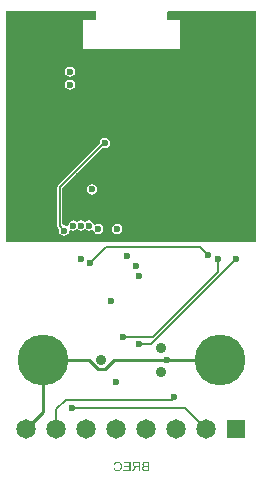
<source format=gbl>
G04*
G04 #@! TF.GenerationSoftware,Altium Limited,Altium Designer,21.6.4 (81)*
G04*
G04 Layer_Physical_Order=4*
G04 Layer_Color=16711680*
%FSLAX44Y44*%
%MOMM*%
G71*
G04*
G04 #@! TF.SameCoordinates,6D38FECB-4D46-452B-8F31-296BD34E144B*
G04*
G04*
G04 #@! TF.FilePolarity,Positive*
G04*
G01*
G75*
%ADD11C,0.2540*%
%ADD15C,0.1520*%
%ADD42C,1.6500*%
%ADD43R,1.6500X1.6500*%
%ADD44C,0.9000*%
%ADD45C,4.3000*%
%ADD46C,0.6000*%
G36*
X215922Y200000D02*
X4078D01*
X4078Y395922D01*
X80000Y395922D01*
X80000Y395644D01*
X80000Y388000D01*
X72667Y388000D01*
X69001D01*
Y388000D01*
X69000D01*
X69000Y365270D01*
X69000Y364000D01*
X69001Y364000D01*
X70270Y364000D01*
X85400D01*
X151000Y364000D01*
Y364000D01*
X151001D01*
X151001Y386730D01*
X151001Y388000D01*
X151000Y388000D01*
X149731Y388000D01*
X140015D01*
X139989Y395022D01*
X140885Y395922D01*
X215922Y395922D01*
X215922Y200000D01*
D02*
G37*
G36*
X98435Y14390D02*
X98629Y14373D01*
X98817Y14349D01*
X98999Y14320D01*
X99169Y14285D01*
X99333Y14238D01*
X99486Y14197D01*
X99626Y14150D01*
X99750Y14103D01*
X99867Y14062D01*
X99967Y14021D01*
X100049Y13980D01*
X100119Y13950D01*
X100166Y13927D01*
X100196Y13909D01*
X100207Y13903D01*
X100372Y13804D01*
X100524Y13698D01*
X100665Y13586D01*
X100800Y13469D01*
X100923Y13352D01*
X101035Y13234D01*
X101140Y13111D01*
X101228Y13000D01*
X101310Y12894D01*
X101387Y12789D01*
X101445Y12701D01*
X101498Y12624D01*
X101533Y12554D01*
X101563Y12507D01*
X101580Y12478D01*
X101586Y12466D01*
X101668Y12284D01*
X101745Y12102D01*
X101809Y11914D01*
X101862Y11727D01*
X101909Y11539D01*
X101950Y11351D01*
X101979Y11175D01*
X102009Y11011D01*
X102026Y10852D01*
X102044Y10706D01*
X102050Y10577D01*
X102061Y10465D01*
Y10377D01*
X102067Y10342D01*
Y10312D01*
Y10289D01*
Y10272D01*
Y10260D01*
Y10254D01*
X102061Y10037D01*
X102050Y9826D01*
X102026Y9620D01*
X102003Y9427D01*
X101967Y9233D01*
X101932Y9057D01*
X101891Y8887D01*
X101850Y8728D01*
X101815Y8587D01*
X101774Y8458D01*
X101739Y8347D01*
X101704Y8253D01*
X101680Y8177D01*
X101657Y8124D01*
X101645Y8089D01*
X101639Y8083D01*
Y8077D01*
X101557Y7895D01*
X101463Y7719D01*
X101363Y7561D01*
X101264Y7408D01*
X101158Y7273D01*
X101052Y7144D01*
X100953Y7033D01*
X100853Y6927D01*
X100759Y6833D01*
X100671Y6757D01*
X100595Y6686D01*
X100524Y6634D01*
X100465Y6593D01*
X100424Y6557D01*
X100401Y6540D01*
X100389Y6534D01*
X100231Y6440D01*
X100061Y6358D01*
X99885Y6288D01*
X99709Y6223D01*
X99533Y6176D01*
X99351Y6129D01*
X99180Y6094D01*
X99010Y6065D01*
X98858Y6047D01*
X98711Y6029D01*
X98582Y6018D01*
X98471Y6006D01*
X98383D01*
X98342Y6000D01*
X98253D01*
X98019Y6006D01*
X97796Y6029D01*
X97585Y6065D01*
X97379Y6106D01*
X97191Y6158D01*
X97015Y6217D01*
X96851Y6282D01*
X96705Y6346D01*
X96569Y6411D01*
X96452Y6475D01*
X96347Y6534D01*
X96264Y6587D01*
X96194Y6628D01*
X96147Y6663D01*
X96118Y6686D01*
X96106Y6692D01*
X95948Y6833D01*
X95801Y6980D01*
X95666Y7138D01*
X95543Y7303D01*
X95431Y7473D01*
X95331Y7637D01*
X95244Y7801D01*
X95167Y7966D01*
X95097Y8118D01*
X95038Y8259D01*
X94991Y8382D01*
X94950Y8494D01*
X94921Y8582D01*
X94909Y8623D01*
X94903Y8652D01*
X94897Y8676D01*
X94892Y8693D01*
X94886Y8705D01*
Y8711D01*
X95959Y8981D01*
X96006Y8793D01*
X96059Y8623D01*
X96118Y8458D01*
X96188Y8312D01*
X96253Y8171D01*
X96329Y8042D01*
X96399Y7930D01*
X96470Y7825D01*
X96534Y7737D01*
X96599Y7655D01*
X96657Y7590D01*
X96710Y7537D01*
X96751Y7490D01*
X96781Y7461D01*
X96804Y7443D01*
X96810Y7437D01*
X96933Y7350D01*
X97057Y7267D01*
X97186Y7197D01*
X97315Y7138D01*
X97444Y7091D01*
X97573Y7050D01*
X97696Y7015D01*
X97813Y6986D01*
X97919Y6962D01*
X98025Y6951D01*
X98113Y6939D01*
X98189Y6927D01*
X98253D01*
X98300Y6921D01*
X98342D01*
X98476Y6927D01*
X98611Y6939D01*
X98741Y6956D01*
X98870Y6980D01*
X98987Y7009D01*
X99104Y7044D01*
X99210Y7074D01*
X99310Y7115D01*
X99398Y7150D01*
X99480Y7179D01*
X99550Y7214D01*
X99609Y7244D01*
X99656Y7267D01*
X99691Y7285D01*
X99714Y7297D01*
X99720Y7303D01*
X99838Y7379D01*
X99943Y7461D01*
X100043Y7549D01*
X100137Y7643D01*
X100219Y7737D01*
X100295Y7836D01*
X100366Y7930D01*
X100430Y8018D01*
X100483Y8106D01*
X100530Y8188D01*
X100571Y8265D01*
X100600Y8329D01*
X100630Y8382D01*
X100647Y8417D01*
X100653Y8447D01*
X100659Y8453D01*
X100712Y8599D01*
X100759Y8752D01*
X100800Y8904D01*
X100829Y9063D01*
X100888Y9362D01*
X100906Y9509D01*
X100923Y9650D01*
X100935Y9773D01*
X100941Y9890D01*
X100947Y9996D01*
X100953Y10084D01*
X100958Y10160D01*
Y10213D01*
Y10248D01*
Y10260D01*
X100953Y10412D01*
X100947Y10559D01*
X100917Y10841D01*
X100900Y10976D01*
X100876Y11105D01*
X100853Y11228D01*
X100829Y11339D01*
X100806Y11445D01*
X100788Y11539D01*
X100765Y11621D01*
X100747Y11691D01*
X100730Y11744D01*
X100718Y11785D01*
X100706Y11815D01*
Y11820D01*
X100653Y11961D01*
X100595Y12090D01*
X100530Y12214D01*
X100460Y12325D01*
X100389Y12436D01*
X100319Y12536D01*
X100243Y12624D01*
X100172Y12706D01*
X100102Y12777D01*
X100037Y12841D01*
X99979Y12894D01*
X99926Y12941D01*
X99885Y12976D01*
X99855Y13006D01*
X99832Y13017D01*
X99826Y13023D01*
X99703Y13105D01*
X99574Y13170D01*
X99445Y13234D01*
X99316Y13287D01*
X99180Y13328D01*
X99051Y13364D01*
X98928Y13393D01*
X98805Y13416D01*
X98694Y13440D01*
X98588Y13452D01*
X98494Y13463D01*
X98412Y13469D01*
X98347Y13475D01*
X98259D01*
X98107Y13469D01*
X97966Y13457D01*
X97831Y13440D01*
X97702Y13411D01*
X97585Y13381D01*
X97473Y13346D01*
X97373Y13311D01*
X97280Y13276D01*
X97197Y13234D01*
X97121Y13199D01*
X97057Y13164D01*
X97004Y13135D01*
X96963Y13105D01*
X96933Y13088D01*
X96916Y13076D01*
X96910Y13070D01*
X96810Y12988D01*
X96716Y12900D01*
X96634Y12800D01*
X96552Y12701D01*
X96476Y12589D01*
X96411Y12484D01*
X96347Y12378D01*
X96294Y12272D01*
X96247Y12172D01*
X96200Y12079D01*
X96165Y11997D01*
X96135Y11926D01*
X96112Y11861D01*
X96094Y11820D01*
X96088Y11791D01*
X96082Y11779D01*
X95026Y12026D01*
X95091Y12231D01*
X95173Y12425D01*
X95255Y12607D01*
X95349Y12777D01*
X95443Y12929D01*
X95537Y13076D01*
X95637Y13205D01*
X95730Y13322D01*
X95824Y13428D01*
X95906Y13516D01*
X95983Y13598D01*
X96053Y13657D01*
X96106Y13710D01*
X96153Y13745D01*
X96176Y13768D01*
X96188Y13774D01*
X96347Y13886D01*
X96511Y13980D01*
X96687Y14062D01*
X96857Y14132D01*
X97027Y14197D01*
X97197Y14244D01*
X97362Y14285D01*
X97520Y14320D01*
X97673Y14343D01*
X97808Y14361D01*
X97925Y14379D01*
X98031Y14384D01*
X98118Y14390D01*
X98154Y14396D01*
X98236D01*
X98435Y14390D01*
D02*
G37*
G36*
X125114Y6135D02*
X121882D01*
X121741Y6141D01*
X121612Y6147D01*
X121488Y6158D01*
X121377Y6164D01*
X121265Y6176D01*
X121166Y6188D01*
X121078Y6205D01*
X120996Y6217D01*
X120925Y6229D01*
X120861Y6241D01*
X120808Y6246D01*
X120767Y6258D01*
X120737Y6264D01*
X120720Y6270D01*
X120714D01*
X120520Y6329D01*
X120350Y6387D01*
X120197Y6458D01*
X120133Y6487D01*
X120069Y6522D01*
X120016Y6551D01*
X119969Y6581D01*
X119928Y6604D01*
X119892Y6628D01*
X119863Y6645D01*
X119846Y6657D01*
X119834Y6669D01*
X119828D01*
X119699Y6775D01*
X119587Y6898D01*
X119488Y7021D01*
X119400Y7144D01*
X119329Y7250D01*
X119300Y7297D01*
X119276Y7338D01*
X119259Y7373D01*
X119247Y7396D01*
X119235Y7414D01*
Y7420D01*
X119153Y7608D01*
X119094Y7795D01*
X119047Y7977D01*
X119018Y8142D01*
X119007Y8212D01*
X119001Y8282D01*
X118995Y8341D01*
Y8388D01*
X118989Y8429D01*
Y8464D01*
Y8482D01*
Y8488D01*
X118995Y8617D01*
X119007Y8740D01*
X119024Y8863D01*
X119053Y8975D01*
X119083Y9086D01*
X119112Y9186D01*
X119153Y9280D01*
X119188Y9368D01*
X119224Y9444D01*
X119259Y9515D01*
X119294Y9573D01*
X119323Y9620D01*
X119353Y9661D01*
X119370Y9691D01*
X119382Y9708D01*
X119388Y9714D01*
X119464Y9808D01*
X119546Y9896D01*
X119640Y9978D01*
X119728Y10049D01*
X119822Y10119D01*
X119916Y10178D01*
X120010Y10230D01*
X120104Y10277D01*
X120186Y10324D01*
X120268Y10359D01*
X120338Y10389D01*
X120397Y10412D01*
X120450Y10430D01*
X120485Y10442D01*
X120514Y10453D01*
X120520D01*
X120415Y10506D01*
X120321Y10565D01*
X120233Y10624D01*
X120145Y10688D01*
X120069Y10753D01*
X119998Y10811D01*
X119939Y10870D01*
X119881Y10929D01*
X119834Y10981D01*
X119787Y11034D01*
X119752Y11075D01*
X119722Y11116D01*
X119699Y11152D01*
X119681Y11175D01*
X119675Y11187D01*
X119670Y11193D01*
X119617Y11281D01*
X119576Y11369D01*
X119535Y11451D01*
X119505Y11539D01*
X119452Y11703D01*
X119417Y11856D01*
X119405Y11920D01*
X119400Y11985D01*
X119388Y12038D01*
Y12084D01*
X119382Y12120D01*
Y12149D01*
Y12167D01*
Y12172D01*
X119388Y12278D01*
X119394Y12378D01*
X119435Y12577D01*
X119482Y12759D01*
X119511Y12841D01*
X119540Y12924D01*
X119576Y12994D01*
X119605Y13053D01*
X119628Y13111D01*
X119652Y13158D01*
X119675Y13193D01*
X119693Y13223D01*
X119699Y13240D01*
X119705Y13246D01*
X119769Y13340D01*
X119834Y13428D01*
X119904Y13504D01*
X119975Y13581D01*
X120051Y13651D01*
X120121Y13710D01*
X120192Y13768D01*
X120262Y13815D01*
X120327Y13862D01*
X120391Y13898D01*
X120444Y13933D01*
X120491Y13956D01*
X120532Y13980D01*
X120561Y13991D01*
X120579Y14003D01*
X120585D01*
X120690Y14050D01*
X120808Y14085D01*
X121054Y14150D01*
X121301Y14197D01*
X121424Y14209D01*
X121541Y14226D01*
X121647Y14232D01*
X121752Y14244D01*
X121840Y14250D01*
X121923D01*
X121987Y14255D01*
X125114D01*
Y6135D01*
D02*
G37*
G36*
X117493D02*
X116419D01*
Y9743D01*
X115028D01*
X114905Y9737D01*
X114799Y9732D01*
X114717Y9726D01*
X114659Y9714D01*
X114612Y9708D01*
X114582Y9702D01*
X114577D01*
X114483Y9673D01*
X114395Y9644D01*
X114312Y9603D01*
X114242Y9567D01*
X114178Y9538D01*
X114131Y9509D01*
X114101Y9491D01*
X114090Y9485D01*
X113996Y9421D01*
X113902Y9338D01*
X113814Y9245D01*
X113726Y9157D01*
X113655Y9075D01*
X113597Y9004D01*
X113573Y8975D01*
X113556Y8957D01*
X113550Y8945D01*
X113544Y8940D01*
X113485Y8863D01*
X113421Y8781D01*
X113292Y8605D01*
X113162Y8417D01*
X113039Y8235D01*
X112986Y8153D01*
X112934Y8077D01*
X112887Y8007D01*
X112846Y7942D01*
X112816Y7895D01*
X112793Y7854D01*
X112775Y7831D01*
X112769Y7825D01*
X111696Y6135D01*
X110352D01*
X111754Y8341D01*
X111913Y8576D01*
X111995Y8681D01*
X112071Y8787D01*
X112148Y8881D01*
X112224Y8969D01*
X112294Y9051D01*
X112359Y9127D01*
X112417Y9198D01*
X112476Y9256D01*
X112523Y9303D01*
X112564Y9350D01*
X112599Y9380D01*
X112623Y9409D01*
X112640Y9421D01*
X112646Y9427D01*
X112740Y9503D01*
X112840Y9573D01*
X112945Y9644D01*
X113051Y9702D01*
X113145Y9755D01*
X113186Y9779D01*
X113221Y9796D01*
X113251Y9814D01*
X113274Y9820D01*
X113286Y9831D01*
X113292D01*
X113080Y9867D01*
X112881Y9908D01*
X112699Y9961D01*
X112529Y10013D01*
X112376Y10078D01*
X112230Y10136D01*
X112106Y10201D01*
X111989Y10266D01*
X111889Y10330D01*
X111807Y10389D01*
X111731Y10442D01*
X111672Y10489D01*
X111625Y10530D01*
X111590Y10559D01*
X111573Y10577D01*
X111567Y10582D01*
X111467Y10694D01*
X111379Y10817D01*
X111303Y10934D01*
X111238Y11058D01*
X111185Y11181D01*
X111138Y11304D01*
X111103Y11422D01*
X111074Y11533D01*
X111050Y11639D01*
X111033Y11732D01*
X111021Y11820D01*
X111009Y11891D01*
Y11955D01*
X111003Y12002D01*
Y12026D01*
Y12038D01*
X111009Y12161D01*
X111015Y12284D01*
X111033Y12401D01*
X111056Y12513D01*
X111080Y12618D01*
X111109Y12718D01*
X111144Y12812D01*
X111173Y12900D01*
X111203Y12976D01*
X111238Y13047D01*
X111267Y13111D01*
X111291Y13164D01*
X111314Y13205D01*
X111326Y13234D01*
X111338Y13252D01*
X111344Y13258D01*
X111408Y13358D01*
X111479Y13452D01*
X111555Y13534D01*
X111625Y13616D01*
X111702Y13686D01*
X111778Y13751D01*
X111854Y13804D01*
X111924Y13856D01*
X111989Y13898D01*
X112054Y13933D01*
X112106Y13968D01*
X112153Y13991D01*
X112194Y14009D01*
X112224Y14021D01*
X112241Y14032D01*
X112247D01*
X112359Y14073D01*
X112482Y14109D01*
X112611Y14138D01*
X112740Y14161D01*
X113016Y14203D01*
X113151Y14214D01*
X113280Y14226D01*
X113409Y14238D01*
X113520Y14244D01*
X113626Y14250D01*
X113720D01*
X113790Y14255D01*
X117493D01*
Y6135D01*
D02*
G37*
G36*
X109296D02*
X103241D01*
Y7091D01*
X108222D01*
Y9855D01*
X103734D01*
Y10811D01*
X108222D01*
Y13299D01*
X103428D01*
Y14255D01*
X109296D01*
Y6135D01*
D02*
G37*
%LPC*%
G36*
X58000Y348854D02*
X56334Y348522D01*
X54921Y347579D01*
X53978Y346166D01*
X53646Y344500D01*
X53978Y342834D01*
X54921Y341422D01*
X56334Y340478D01*
X58000Y340146D01*
X59666Y340478D01*
X61079Y341422D01*
X62022Y342834D01*
X62354Y344500D01*
X62022Y346166D01*
X61079Y347579D01*
X59666Y348522D01*
X58000Y348854D01*
D02*
G37*
G36*
Y337854D02*
X56334Y337522D01*
X54921Y336578D01*
X53978Y335166D01*
X53646Y333500D01*
X53978Y331834D01*
X54921Y330421D01*
X56334Y329478D01*
X58000Y329146D01*
X59666Y329478D01*
X61079Y330421D01*
X62022Y331834D01*
X62354Y333500D01*
X62022Y335166D01*
X61079Y336578D01*
X59666Y337522D01*
X58000Y337854D01*
D02*
G37*
G36*
X87470Y288354D02*
X85804Y288022D01*
X84391Y287078D01*
X83448Y285666D01*
X83116Y284000D01*
X83151Y283828D01*
X48036Y248713D01*
X47588Y248042D01*
X47430Y247250D01*
Y213500D01*
X47588Y212708D01*
X48036Y212036D01*
X48883Y211190D01*
X48646Y210000D01*
X48978Y208334D01*
X49921Y206922D01*
X51334Y205978D01*
X53000Y205646D01*
X54666Y205978D01*
X56079Y206922D01*
X57022Y208334D01*
X57354Y210000D01*
X57348Y210027D01*
X58491Y210791D01*
X59334Y210228D01*
X61000Y209896D01*
X62666Y210228D01*
X64078Y211171D01*
X64422D01*
X65834Y210228D01*
X67500Y209896D01*
X69166Y210228D01*
X70578Y211171D01*
X70922D01*
X72334Y210228D01*
X74000Y209896D01*
X75666Y210228D01*
X76451Y210752D01*
X77852Y210217D01*
X77978Y209584D01*
X78921Y208172D01*
X80334Y207228D01*
X82000Y206896D01*
X83666Y207228D01*
X85078Y208172D01*
X86022Y209584D01*
X86354Y211250D01*
X86022Y212916D01*
X85078Y214328D01*
X83666Y215272D01*
X82000Y215604D01*
X80334Y215272D01*
X79549Y214748D01*
X78148Y215283D01*
X78022Y215916D01*
X77078Y217328D01*
X75666Y218272D01*
X74000Y218604D01*
X72334Y218272D01*
X70922Y217328D01*
X70578D01*
X69166Y218272D01*
X67500Y218604D01*
X65834Y218272D01*
X65240Y217876D01*
X64250Y217409D01*
X63260Y217876D01*
X62666Y218272D01*
X61000Y218604D01*
X59334Y218272D01*
X57922Y217328D01*
X56978Y215916D01*
X56646Y214250D01*
X56652Y214223D01*
X55509Y213459D01*
X54666Y214022D01*
X53000Y214354D01*
X52824Y214319D01*
X51570Y215364D01*
Y246393D01*
X85415Y280238D01*
X85804Y279978D01*
X87470Y279646D01*
X89136Y279978D01*
X90548Y280921D01*
X91492Y282334D01*
X91824Y284000D01*
X91492Y285666D01*
X90548Y287078D01*
X89136Y288022D01*
X87470Y288354D01*
D02*
G37*
G36*
X76784Y249104D02*
X75118Y248772D01*
X73705Y247829D01*
X72761Y246416D01*
X72430Y244750D01*
X72761Y243084D01*
X73705Y241672D01*
X75118Y240728D01*
X76784Y240396D01*
X78450Y240728D01*
X79862Y241672D01*
X80806Y243084D01*
X81137Y244750D01*
X80806Y246416D01*
X79862Y247829D01*
X78450Y248772D01*
X76784Y249104D01*
D02*
G37*
G36*
X98000Y215604D02*
X96334Y215272D01*
X94922Y214328D01*
X93978Y212916D01*
X93646Y211250D01*
X93978Y209584D01*
X94922Y208172D01*
X96334Y207228D01*
X98000Y206896D01*
X99666Y207228D01*
X101079Y208172D01*
X102022Y209584D01*
X102354Y211250D01*
X102022Y212916D01*
X101079Y214328D01*
X99666Y215272D01*
X98000Y215604D01*
D02*
G37*
G36*
X124041Y13299D02*
X122263D01*
X122116Y13293D01*
X121981Y13287D01*
X121858Y13281D01*
X121747Y13270D01*
X121647Y13264D01*
X121559Y13252D01*
X121477Y13240D01*
X121406Y13229D01*
X121348Y13217D01*
X121301Y13211D01*
X121259Y13199D01*
X121230Y13193D01*
X121207Y13188D01*
X121195Y13182D01*
X121189D01*
X121060Y13129D01*
X120954Y13070D01*
X120855Y13000D01*
X120778Y12929D01*
X120720Y12865D01*
X120673Y12812D01*
X120649Y12771D01*
X120638Y12765D01*
Y12759D01*
X120573Y12642D01*
X120520Y12519D01*
X120485Y12401D01*
X120462Y12290D01*
X120450Y12196D01*
X120444Y12155D01*
X120438Y12120D01*
Y12090D01*
Y12067D01*
Y12055D01*
Y12049D01*
X120450Y11897D01*
X120473Y11756D01*
X120503Y11633D01*
X120544Y11533D01*
X120585Y11445D01*
X120602Y11416D01*
X120614Y11386D01*
X120632Y11363D01*
X120638Y11345D01*
X120649Y11339D01*
Y11334D01*
X120737Y11234D01*
X120831Y11152D01*
X120937Y11081D01*
X121037Y11028D01*
X121125Y10987D01*
X121166Y10970D01*
X121195Y10958D01*
X121224Y10946D01*
X121248Y10940D01*
X121259Y10934D01*
X121265D01*
X121330Y10917D01*
X121400Y10905D01*
X121477Y10893D01*
X121559Y10882D01*
X121729Y10864D01*
X121893Y10852D01*
X121975Y10847D01*
X122116D01*
X122175Y10841D01*
X124041D01*
Y13299D01*
D02*
G37*
G36*
Y9884D02*
X122028D01*
X121893Y9878D01*
X121770Y9872D01*
X121658Y9861D01*
X121553Y9849D01*
X121453Y9837D01*
X121365Y9826D01*
X121283Y9814D01*
X121213Y9802D01*
X121154Y9790D01*
X121101Y9779D01*
X121060Y9767D01*
X121025Y9755D01*
X121001Y9749D01*
X120990Y9743D01*
X120984D01*
X120837Y9685D01*
X120708Y9614D01*
X120597Y9538D01*
X120503Y9456D01*
X120426Y9385D01*
X120374Y9327D01*
X120356Y9303D01*
X120344Y9292D01*
X120332Y9280D01*
Y9274D01*
X120256Y9145D01*
X120197Y9010D01*
X120156Y8881D01*
X120127Y8758D01*
X120110Y8646D01*
X120104Y8605D01*
Y8564D01*
X120098Y8535D01*
Y8505D01*
Y8494D01*
Y8488D01*
X120104Y8347D01*
X120121Y8212D01*
X120151Y8095D01*
X120180Y7995D01*
X120209Y7913D01*
X120239Y7848D01*
X120245Y7825D01*
X120256Y7807D01*
X120262Y7801D01*
Y7795D01*
X120327Y7690D01*
X120391Y7602D01*
X120462Y7526D01*
X120526Y7461D01*
X120585Y7408D01*
X120632Y7373D01*
X120661Y7350D01*
X120667Y7344D01*
X120673D01*
X120773Y7291D01*
X120872Y7244D01*
X120978Y7209D01*
X121072Y7179D01*
X121160Y7156D01*
X121224Y7138D01*
X121254Y7132D01*
X121271D01*
X121283Y7127D01*
X121289D01*
X121330Y7121D01*
X121383Y7115D01*
X121494Y7109D01*
X121612Y7097D01*
X121735D01*
X121846Y7091D01*
X124041D01*
Y9884D01*
D02*
G37*
G36*
X116419Y13358D02*
X113855D01*
X113691Y13352D01*
X113538Y13340D01*
X113397Y13322D01*
X113268Y13299D01*
X113151Y13270D01*
X113039Y13240D01*
X112940Y13205D01*
X112857Y13170D01*
X112781Y13135D01*
X112717Y13099D01*
X112658Y13070D01*
X112611Y13041D01*
X112582Y13017D01*
X112552Y13000D01*
X112541Y12988D01*
X112535Y12982D01*
X112458Y12912D01*
X112394Y12836D01*
X112341Y12759D01*
X112288Y12677D01*
X112247Y12601D01*
X112218Y12519D01*
X112189Y12442D01*
X112165Y12372D01*
X112148Y12302D01*
X112136Y12237D01*
X112124Y12184D01*
X112118Y12131D01*
X112112Y12090D01*
Y12061D01*
Y12043D01*
Y12038D01*
X112124Y11891D01*
X112148Y11756D01*
X112183Y11633D01*
X112218Y11527D01*
X112259Y11439D01*
X112277Y11398D01*
X112294Y11369D01*
X112312Y11345D01*
X112318Y11328D01*
X112329Y11316D01*
Y11310D01*
X112417Y11193D01*
X112517Y11093D01*
X112623Y11011D01*
X112728Y10940D01*
X112822Y10888D01*
X112857Y10870D01*
X112893Y10852D01*
X112922Y10841D01*
X112945Y10829D01*
X112957Y10823D01*
X112963D01*
X113045Y10799D01*
X113127Y10776D01*
X113315Y10741D01*
X113509Y10711D01*
X113691Y10694D01*
X113779Y10688D01*
X113855Y10682D01*
X113931D01*
X113990Y10676D01*
X116419D01*
Y13358D01*
D02*
G37*
%LPD*%
D11*
X140000Y100000D02*
X185000D01*
X95128D02*
X140000D01*
X87713Y92585D02*
X95128Y100000D01*
X81487Y92585D02*
X87713D01*
X35000Y100000D02*
X74072D01*
X81487Y92585D01*
X21100Y42200D02*
X35000Y56100D01*
Y100000D01*
D15*
X74750Y182250D02*
X74750D01*
X88750Y196250D01*
X116750Y113750D02*
X126500D01*
X146297Y68797D02*
Y68797D01*
X144000Y66500D02*
X146297Y68797D01*
X54250Y66500D02*
X144000D01*
X49500Y247250D02*
X87470Y285220D01*
Y285750D01*
X102500Y120000D02*
X128500D01*
X183000Y174500D02*
Y186250D01*
X128500Y120000D02*
X183000Y174500D01*
X126500Y113750D02*
X199000Y186250D01*
X49500Y213500D02*
X53000Y210000D01*
X49500Y213500D02*
Y247250D01*
X88750Y196250D02*
X168000D01*
X175000Y189250D02*
X175000D01*
X168000Y196250D02*
X175000Y189250D01*
X46500Y42200D02*
Y58750D01*
X54250Y66500D01*
X155700Y60000D02*
X173500Y42200D01*
X60000Y60000D02*
X155700D01*
D42*
X21100Y42200D02*
D03*
X46500D02*
D03*
X148100D02*
D03*
X173500D02*
D03*
X122700D02*
D03*
X97300D02*
D03*
X71900D02*
D03*
D43*
X198900D02*
D03*
D44*
X84600Y100100D02*
D03*
X135400Y110260D02*
D03*
Y89940D02*
D03*
D45*
X35000Y100000D02*
D03*
X185000D02*
D03*
D46*
X74750Y182250D02*
D03*
X92500Y150000D02*
D03*
X116500Y171250D02*
D03*
X114000Y179750D02*
D03*
X116750Y113750D02*
D03*
X140000Y100000D02*
D03*
X146297Y68797D02*
D03*
X106000Y188750D02*
D03*
X154000Y254500D02*
D03*
X57500Y283750D02*
D03*
X41500D02*
D03*
X123750Y317000D02*
D03*
X115500Y298250D02*
D03*
X207500Y392500D02*
D03*
Y377500D02*
D03*
Y362500D02*
D03*
Y347500D02*
D03*
Y332500D02*
D03*
Y317500D02*
D03*
Y302500D02*
D03*
Y287500D02*
D03*
Y272500D02*
D03*
Y257500D02*
D03*
Y242500D02*
D03*
Y227500D02*
D03*
X192500Y392500D02*
D03*
Y377500D02*
D03*
Y362500D02*
D03*
Y347500D02*
D03*
Y332500D02*
D03*
Y317500D02*
D03*
Y302500D02*
D03*
Y287500D02*
D03*
Y272500D02*
D03*
Y257500D02*
D03*
Y242500D02*
D03*
X177500Y392500D02*
D03*
Y377500D02*
D03*
Y362500D02*
D03*
Y347500D02*
D03*
X162500Y392500D02*
D03*
Y377500D02*
D03*
Y362500D02*
D03*
Y317500D02*
D03*
Y302500D02*
D03*
Y272500D02*
D03*
Y227500D02*
D03*
X117500Y242500D02*
D03*
X87500Y227500D02*
D03*
X72500D02*
D03*
X57500Y392500D02*
D03*
Y377500D02*
D03*
Y362500D02*
D03*
Y317500D02*
D03*
Y242500D02*
D03*
Y227500D02*
D03*
X42500Y392500D02*
D03*
Y377500D02*
D03*
Y362500D02*
D03*
Y347500D02*
D03*
Y332500D02*
D03*
Y317500D02*
D03*
Y257500D02*
D03*
Y242500D02*
D03*
Y227500D02*
D03*
X27500Y392500D02*
D03*
Y377500D02*
D03*
Y362500D02*
D03*
Y347500D02*
D03*
Y332500D02*
D03*
Y317500D02*
D03*
Y302500D02*
D03*
Y287500D02*
D03*
Y272500D02*
D03*
Y257500D02*
D03*
Y242500D02*
D03*
Y227500D02*
D03*
X12500Y392500D02*
D03*
Y377500D02*
D03*
Y362500D02*
D03*
Y347500D02*
D03*
Y332500D02*
D03*
Y317500D02*
D03*
Y302500D02*
D03*
Y287500D02*
D03*
Y272500D02*
D03*
Y257500D02*
D03*
Y242500D02*
D03*
Y227500D02*
D03*
X87470Y284000D02*
D03*
X58000Y333500D02*
D03*
X97250Y82000D02*
D03*
X211250Y212500D02*
D03*
X169500Y287750D02*
D03*
X169750Y310000D02*
D03*
X162500Y291250D02*
D03*
X166250Y238750D02*
D03*
X148750Y240000D02*
D03*
X132000Y242500D02*
D03*
Y252500D02*
D03*
X118750D02*
D03*
X116250Y231250D02*
D03*
X104500Y226250D02*
D03*
X66000Y256250D02*
D03*
X58250Y263750D02*
D03*
X76784Y244750D02*
D03*
X92970Y236500D02*
D03*
X12500Y203250D02*
D03*
X27500D02*
D03*
Y212500D02*
D03*
X12500D02*
D03*
X98000Y211250D02*
D03*
X102500Y120000D02*
D03*
X199000Y186250D02*
D03*
X183000D02*
D03*
X175000Y189250D02*
D03*
X67500Y186250D02*
D03*
X60000Y60000D02*
D03*
X104500Y298250D02*
D03*
X96250Y317000D02*
D03*
Y328000D02*
D03*
X123750D02*
D03*
Y339250D02*
D03*
X115500D02*
D03*
X104500D02*
D03*
X96250D02*
D03*
X123750Y350000D02*
D03*
X96250D02*
D03*
X117500Y360750D02*
D03*
X124500D02*
D03*
X102500D02*
D03*
X95500D02*
D03*
X82000Y211250D02*
D03*
X58000Y344500D02*
D03*
X53000Y210000D02*
D03*
X161500Y262000D02*
D03*
X146250Y214250D02*
D03*
X158750D02*
D03*
X152500D02*
D03*
X61000D02*
D03*
X74000D02*
D03*
X67500D02*
D03*
M02*

</source>
